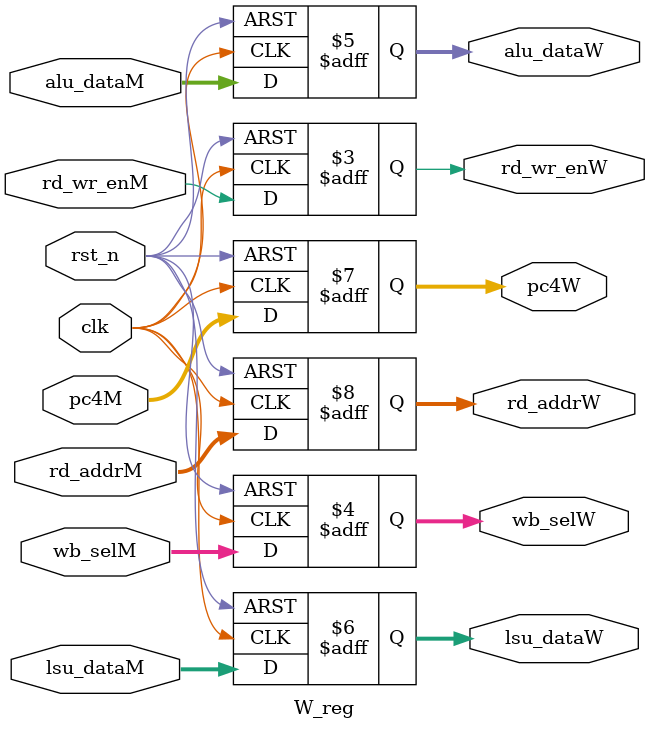
<source format=v>
module W_reg (
   input  wire          clk,
                        rst_n,
                                           
   input  wire          rd_wr_enM,
   input  wire [1:0]    wb_selM,
   input  wire [31:0]   alu_dataM,
                        lsu_dataM,
                        pc4M,
   input  wire [4:0]    rd_addrM,

   output reg           rd_wr_enW,
   output reg  [1:0]    wb_selW,
   output reg  [31:0]   alu_dataW,
                        lsu_dataW,
                        pc4W,
   output reg  [4:0]    rd_addrW                      
);
   always @(posedge clk or negedge rst_n) begin
      if (~rst_n) begin
         rd_wr_enW <= 0;
         wb_selW <= 0;
         alu_dataW <= 0;
         lsu_dataW <= 0;
         pc4W <= 0;
         rd_addrW <= 0;
      end
      else begin
         rd_wr_enW <= rd_wr_enM;
         wb_selW <= wb_selM;
         alu_dataW <= alu_dataM;
         lsu_dataW <= lsu_dataM;
         pc4W <= pc4M;
         rd_addrW <= rd_addrM;
      end
   end


endmodule
</source>
